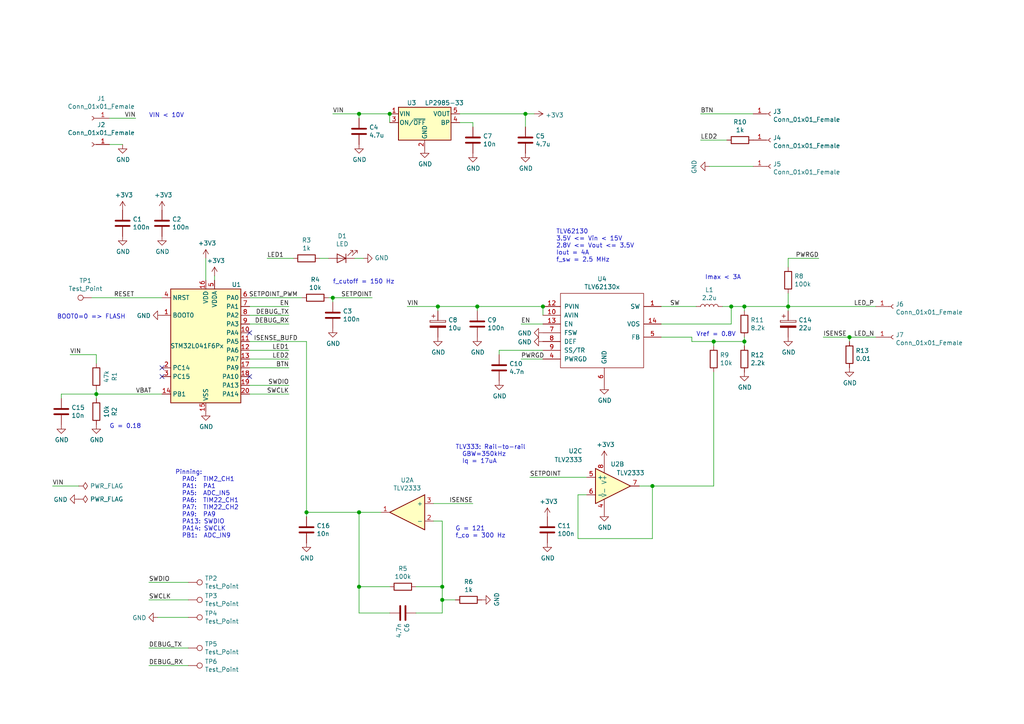
<source format=kicad_sch>
(kicad_sch (version 20210126) (generator eeschema)
  (paper "A4")
  (title_block (title "LED driver") (date "2019-07-02") (rev "2") (company "Ben Gamari"))
  (lib_symbols
    (symbol "Amplifier_Operational:OPA2333xxD"
      (property "Reference" "U" (at 0 5.08 0))
      (property "Value" "OPA2333xxD" (at 0 -5.08 0))
      (symbol "OPA2333xxD_1_1"
        (polyline (pts (xy -5.08 5.08) (xy 5.08 0) (xy -5.08 -5.08) (xy -5.08 5.08)) (stroke (width 0.254)) (fill (type background)))
        (pin output line (at 7.62 0 180) (length 2.54) (name "~") (number "1"))
        (pin input line (at -7.62 -2.54 0) (length 2.54) (name "-") (number "2"))
        (pin input line (at -7.62 2.54 0) (length 2.54) (name "+") (number "3"))
      )
      (symbol "OPA2333xxD_2_1"
        (polyline (pts (xy -5.08 5.08) (xy 5.08 0) (xy -5.08 -5.08) (xy -5.08 5.08)) (stroke (width 0.254)) (fill (type background)))
        (pin input line (at -7.62 2.54 0) (length 2.54) (name "+") (number "5"))
        (pin input line (at -7.62 -2.54 0) (length 2.54) (name "-") (number "6"))
        (pin output line (at 7.62 0 180) (length 2.54) (name "~") (number "7"))
      )
      (symbol "OPA2333xxD_3_1"
        (pin power_in line (at -2.54 -7.62 90) (length 3.81) (name "V-") (number "4"))
        (pin power_in line (at -2.54 7.62 270) (length 3.81) (name "V+") (number "8"))
      )
    )
    (symbol "Connector:Conn_01x01_Female" (pin_names (offset 1.016) hide)
      (property "Reference" "J" (at 0 2.54 0))
      (property "Value" "Conn_01x01_Female" (at 0 -2.54 0))
      (symbol "Conn_01x01_Female_1_1"
        (arc (start 0 0.508) (end 0 -0.508) (radius (at 0 0) (length 0.508) (angles 90.1 -90.1)) (stroke (width 0.1524)))
        (polyline (pts (xy -1.27 0) (xy -0.508 0)) (stroke (width 0.1524)))
        (pin passive line (at -5.08 0 0) (length 3.81) (name "Pin_1") (number "1"))
      )
    )
    (symbol "Connector:Test_Point" (pin_numbers hide) (pin_names (offset 0.762) hide)
      (property "Reference" "TP" (at 0 6.858 0))
      (property "Value" "Test_Point" (at 0 5.08 0))
      (symbol "Test_Point_0_1"
        (circle (center 0 3.302) (radius 0.762))
      )
      (symbol "Test_Point_1_1"
        (pin passive line (at 0 0 90) (length 2.54) (name "1") (number "1"))
      )
    )
    (symbol "Device:C" (pin_numbers hide) (pin_names (offset 0.254))
      (property "Reference" "C" (at 0.635 2.54 0))
      (property "Value" "C" (at 0.635 -2.54 0))
      (symbol "C_0_1"
        (polyline (pts (xy -2.032 -0.762) (xy 2.032 -0.762)) (stroke (width 0.508)))
        (polyline (pts (xy -2.032 0.762) (xy 2.032 0.762)) (stroke (width 0.508)))
      )
      (symbol "C_1_1"
        (pin passive line (at 0 3.81 270) (length 2.794) (name "~") (number "1"))
        (pin passive line (at 0 -3.81 90) (length 2.794) (name "~") (number "2"))
      )
    )
    (symbol "Device:CP" (pin_numbers hide) (pin_names (offset 0.254))
      (property "Reference" "C" (at 0.635 2.54 0))
      (property "Value" "CP" (at 0.635 -2.54 0))
      (symbol "CP_0_1"
        (rectangle (start -2.286 0.508) (end -2.286 1.016))
        (rectangle (start -2.286 0.508) (end 2.286 0.508))
        (rectangle (start 2.286 1.016) (end -2.286 1.016))
        (rectangle (start 2.286 1.016) (end 2.286 0.508))
        (rectangle (start 2.286 -0.508) (end -2.286 -1.016) (fill (type outline)))
        (polyline (pts (xy -1.778 2.286) (xy -0.762 2.286)))
        (polyline (pts (xy -1.27 2.794) (xy -1.27 1.778)))
      )
      (symbol "CP_1_1"
        (pin passive line (at 0 3.81 270) (length 2.794) (name "~") (number "1"))
        (pin passive line (at 0 -3.81 90) (length 2.794) (name "~") (number "2"))
      )
    )
    (symbol "Device:L" (pin_numbers hide) (pin_names (offset 1.016) hide)
      (property "Reference" "L" (at -1.27 0 90))
      (property "Value" "L" (at 1.905 0 90))
      (symbol "L_0_1"
        (arc (start 0 -2.54) (end 0 -1.27) (radius (at 0 -1.905) (length 0.635) (angles -89.9 89.9)))
        (arc (start 0 -1.27) (end 0 0) (radius (at 0 -0.635) (length 0.635) (angles -89.9 89.9)))
        (arc (start 0 0) (end 0 1.27) (radius (at 0 0.635) (length 0.635) (angles -89.9 89.9)))
        (arc (start 0 1.27) (end 0 2.54) (radius (at 0 1.905) (length 0.635) (angles -89.9 89.9)))
      )
      (symbol "L_1_1"
        (pin passive line (at 0 3.81 270) (length 1.27) (name "1") (number "1"))
        (pin passive line (at 0 -3.81 90) (length 1.27) (name "2") (number "2"))
      )
    )
    (symbol "Device:LED" (pin_numbers hide) (pin_names (offset 1.016) hide)
      (property "Reference" "D" (at 0 2.54 0))
      (property "Value" "LED" (at 0 -2.54 0))
      (symbol "LED_0_1"
        (polyline (pts (xy -1.27 -1.27) (xy -1.27 1.27)) (stroke (width 0.2032)))
        (polyline (pts (xy -1.27 0) (xy 1.27 0)))
        (polyline (pts (xy 1.27 -1.27) (xy 1.27 1.27) (xy -1.27 0) (xy 1.27 -1.27)) (stroke (width 0.2032)))
        (polyline (pts (xy -3.048 -0.762) (xy -4.572 -2.286) (xy -3.81 -2.286) (xy -4.572 -2.286) (xy -4.572 -1.524)))
        (polyline (pts (xy -1.778 -0.762) (xy -3.302 -2.286) (xy -2.54 -2.286) (xy -3.302 -2.286) (xy -3.302 -1.524)))
      )
      (symbol "LED_1_1"
        (pin passive line (at -3.81 0 0) (length 2.54) (name "K") (number "1"))
        (pin passive line (at 3.81 0 180) (length 2.54) (name "A") (number "2"))
      )
    )
    (symbol "Device:R" (pin_numbers hide) (pin_names (offset 0))
      (property "Reference" "R" (at 2.032 0 90))
      (property "Value" "R" (at 0 0 90))
      (symbol "R_0_1"
        (rectangle (start -1.016 -2.54) (end 1.016 2.54) (stroke (width 0.254)))
      )
      (symbol "R_1_1"
        (pin passive line (at 0 3.81 270) (length 1.27) (name "~") (number "1"))
        (pin passive line (at 0 -3.81 90) (length 1.27) (name "~") (number "2"))
      )
    )
    (symbol "MCU_ST_STM32L0:STM32L041F6Px"
      (property "Reference" "U" (at -10.16 16.51 0))
      (property "Value" "STM32L041F6Px" (at 5.08 16.51 0))
      (symbol "STM32L041F6Px_0_1"
        (rectangle (start -10.16 -17.78) (end 10.16 15.24) (stroke (width 0.254)) (fill (type background)))
      )
      (symbol "STM32L041F6Px_1_1"
        (pin input line (at -12.7 7.62 0) (length 2.54) (name "BOOT0") (number "1"))
        (pin bidirectional line (at 12.7 2.54 180) (length 2.54) (name "PA4") (number "10"))
        (pin bidirectional line (at 12.7 0 180) (length 2.54) (name "PA5") (number "11"))
        (pin bidirectional line (at 12.7 -2.54 180) (length 2.54) (name "PA6") (number "12"))
        (pin bidirectional line (at 12.7 -5.08 180) (length 2.54) (name "PA7") (number "13"))
        (pin bidirectional line (at -12.7 -15.24 0) (length 2.54) (name "PB1") (number "14"))
        (pin power_in line (at 0 -20.32 90) (length 2.54) (name "VSS") (number "15"))
        (pin power_in line (at 0 17.78 270) (length 2.54) (name "VDD") (number "16"))
        (pin bidirectional line (at 12.7 -7.62 180) (length 2.54) (name "PA9") (number "17"))
        (pin bidirectional line (at 12.7 -10.16 180) (length 2.54) (name "PA10") (number "18"))
        (pin bidirectional line (at 12.7 -12.7 180) (length 2.54) (name "PA13") (number "19"))
        (pin bidirectional line (at -12.7 -7.62 0) (length 2.54) (name "PC14") (number "2"))
        (pin bidirectional line (at 12.7 -15.24 180) (length 2.54) (name "PA14") (number "20"))
        (pin bidirectional line (at -12.7 -10.16 0) (length 2.54) (name "PC15") (number "3"))
        (pin input line (at -12.7 12.7 0) (length 2.54) (name "NRST") (number "4"))
        (pin power_in line (at 2.54 17.78 270) (length 2.54) (name "VDDA") (number "5"))
        (pin bidirectional line (at 12.7 12.7 180) (length 2.54) (name "PA0") (number "6"))
        (pin bidirectional line (at 12.7 10.16 180) (length 2.54) (name "PA1") (number "7"))
        (pin bidirectional line (at 12.7 7.62 180) (length 2.54) (name "PA2") (number "8"))
        (pin bidirectional line (at 12.7 5.08 180) (length 2.54) (name "PA3") (number "9"))
      )
    )
    (symbol "Regulator_Linear:LP2985-3.3" (pin_names (offset 0.254))
      (property "Reference" "U" (at -6.35 5.715 0))
      (property "Value" "LP2985-3.3" (at 0 5.715 0))
      (symbol "LP2985-3.3_0_1"
        (rectangle (start -7.62 -5.08) (end 7.62 4.445) (stroke (width 0.254)) (fill (type background)))
      )
      (symbol "LP2985-3.3_1_1"
        (pin power_in line (at -10.16 2.54 0) (length 2.54) (name "VIN") (number "1"))
        (pin power_in line (at 0 -7.62 90) (length 2.54) (name "GND") (number "2"))
        (pin input line (at -10.16 0 0) (length 2.54) (name "ON/~OFF~") (number "3"))
        (pin input line (at 10.16 0 180) (length 2.54) (name "BP") (number "4"))
        (pin power_out line (at 10.16 2.54 180) (length 2.54) (name "VOUT") (number "5"))
      )
    )
    (symbol "lamp:TLV62130x" (pin_names (offset 1.016))
      (property "Reference" "U" (at 0 0 0))
      (property "Value" "TLV62130x" (at 0 2.54 0))
      (symbol "TLV62130x_0_1"
        (rectangle (start -12.7 8.89) (end 11.43 -12.7))
      )
      (symbol "TLV62130x_1_1"
        (pin power_out line (at 16.51 5.08 180) (length 5.08) (name "SW") (number "1"))
        (pin input line (at -17.78 2.54 0) (length 5.08) (name "AVIN") (number "10"))
        (pin passive line (at -17.78 5.08 0) (length 5.08) hide (name "PVIN") (number "11"))
        (pin power_in line (at -17.78 5.08 0) (length 5.08) (name "PVIN") (number "12"))
        (pin input line (at -17.78 0 0) (length 5.08) (name "EN") (number "13"))
        (pin input line (at 16.51 0 180) (length 5.08) (name "VOS") (number "14"))
        (pin passive line (at 0 -17.78 90) (length 5.08) hide (name "GND") (number "15"))
        (pin passive line (at 0 -17.78 90) (length 5.08) hide (name "GND") (number "16"))
        (pin passive line (at 0 -17.78 90) (length 5.08) hide (name "GND") (number "17"))
        (pin passive line (at 16.51 5.08 180) (length 5.08) hide (name "SW") (number "2"))
        (pin passive line (at 16.51 5.08 180) (length 5.08) hide (name "SW") (number "3"))
        (pin open_collector line (at -17.78 -10.16 0) (length 5.08) (name "PWRGD") (number "4"))
        (pin input line (at 16.51 -3.81 180) (length 5.08) (name "FB") (number "5"))
        (pin power_in line (at 0 -17.78 90) (length 5.08) (name "GND") (number "6"))
        (pin input line (at -17.78 -2.54 0) (length 5.08) (name "FSW") (number "7"))
        (pin input line (at -17.78 -5.08 0) (length 5.08) (name "DEF") (number "8"))
        (pin passive line (at -17.78 -7.62 0) (length 5.08) (name "SS/TR") (number "9"))
      )
    )
    (symbol "power:+3.3V" (power) (pin_names (offset 0))
      (property "Value" "+3.3V" (at 0 3.556 0))
      (symbol "+3.3V_0_1"
        (polyline (pts (xy -0.762 1.27) (xy 0 2.54)))
        (polyline (pts (xy 0 0) (xy 0 2.54)))
        (polyline (pts (xy 0 2.54) (xy 0.762 1.27)))
      )
      (symbol "+3.3V_1_1"
        (pin power_in line (at 0 0 90) (length 0) hide (name "+3V3") (number "1"))
      )
    )
    (symbol "power:GND" (power) (pin_names (offset 0))
      (property "Value" "GND" (at 0 -3.81 0))
      (symbol "GND_0_1"
        (polyline (pts (xy 0 0) (xy 0 -1.27) (xy 1.27 -1.27) (xy 0 -2.54) (xy -1.27 -1.27) (xy 0 -1.27)))
      )
      (symbol "GND_1_1"
        (pin power_in line (at 0 0 270) (length 0) hide (name "GND") (number "1"))
      )
    )
    (symbol "power:PWR_FLAG" (power) (pin_numbers hide) (pin_names (offset 0) hide)
      (property "Value" "PWR_FLAG" (at 0 3.81 0))
      (symbol "PWR_FLAG_0_0"
        (pin power_out line (at 0 0 90) (length 0) (name "pwr") (number "1"))
      )
      (symbol "PWR_FLAG_0_1"
        (polyline (pts (xy 0 0) (xy 0 1.27) (xy -1.016 1.905) (xy 0 2.54) (xy 1.016 1.905) (xy 0 1.27)))
      )
    )
  )
  (junction (at 27.94 114.3) (diameter 1.016))
  (junction (at 88.9 148.59) (diameter 1.016))
  (junction (at 96.52 86.36) (diameter 1.016))
  (junction (at 104.14 33.02) (diameter 1.016))
  (junction (at 104.14 148.59) (diameter 1.016))
  (junction (at 104.14 170.18) (diameter 1.016))
  (junction (at 113.03 33.02) (diameter 1.016))
  (junction (at 127 88.9) (diameter 1.016))
  (junction (at 128.27 170.18) (diameter 1.016))
  (junction (at 128.27 173.99) (diameter 1.016))
  (junction (at 138.43 88.9) (diameter 1.016))
  (junction (at 152.4 33.02) (diameter 1.016))
  (junction (at 157.48 88.9) (diameter 1.016))
  (junction (at 189.23 140.97) (diameter 1.016))
  (junction (at 207.01 99.06) (diameter 1.016))
  (junction (at 212.09 88.9) (diameter 1.016))
  (junction (at 215.9 88.9) (diameter 1.016))
  (junction (at 215.9 99.06) (diameter 1.016))
  (junction (at 228.6 88.9) (diameter 1.016))
  (junction (at 246.38 97.79) (diameter 1.016))
  (no_connect (at 46.99 106.68))
  (no_connect (at 46.99 109.22))
  (no_connect (at 72.39 96.52))
  (no_connect (at 72.39 109.22))
  (wire (pts (xy 17.78 114.3) (xy 17.78 115.57)))
  (wire (pts (xy 22.86 140.97) (xy 15.24 140.97)))
  (wire (pts (xy 26.67 86.36) (xy 46.99 86.36)))
  (wire (pts (xy 27.94 102.87) (xy 20.32 102.87)))
  (wire (pts (xy 27.94 102.87) (xy 27.94 105.41)))
  (wire (pts (xy 27.94 113.03) (xy 27.94 114.3)))
  (wire (pts (xy 27.94 114.3) (xy 17.78 114.3)))
  (wire (pts (xy 27.94 114.3) (xy 27.94 115.57)))
  (wire (pts (xy 27.94 114.3) (xy 46.99 114.3)))
  (wire (pts (xy 31.75 34.29) (xy 39.37 34.29)))
  (wire (pts (xy 35.56 41.91) (xy 31.75 41.91)))
  (wire (pts (xy 43.18 168.91) (xy 54.61 168.91)))
  (wire (pts (xy 43.18 173.99) (xy 54.61 173.99)))
  (wire (pts (xy 43.18 187.96) (xy 54.61 187.96)))
  (wire (pts (xy 43.18 193.04) (xy 54.61 193.04)))
  (wire (pts (xy 45.72 179.07) (xy 54.61 179.07)))
  (wire (pts (xy 59.69 74.93) (xy 59.69 81.28)))
  (wire (pts (xy 62.23 80.01) (xy 62.23 81.28)))
  (wire (pts (xy 72.39 86.36) (xy 87.63 86.36)))
  (wire (pts (xy 72.39 88.9) (xy 83.82 88.9)))
  (wire (pts (xy 72.39 91.44) (xy 83.82 91.44)))
  (wire (pts (xy 72.39 93.98) (xy 83.82 93.98)))
  (wire (pts (xy 72.39 99.06) (xy 88.9 99.06)))
  (wire (pts (xy 72.39 101.6) (xy 83.82 101.6)))
  (wire (pts (xy 72.39 104.14) (xy 83.82 104.14)))
  (wire (pts (xy 72.39 106.68) (xy 83.82 106.68)))
  (wire (pts (xy 72.39 111.76) (xy 83.82 111.76)))
  (wire (pts (xy 72.39 114.3) (xy 83.82 114.3)))
  (wire (pts (xy 77.47 74.93) (xy 85.09 74.93)))
  (wire (pts (xy 88.9 99.06) (xy 88.9 148.59)))
  (wire (pts (xy 88.9 148.59) (xy 88.9 149.86)))
  (wire (pts (xy 88.9 148.59) (xy 104.14 148.59)))
  (wire (pts (xy 92.71 74.93) (xy 95.25 74.93)))
  (wire (pts (xy 95.25 86.36) (xy 96.52 86.36)))
  (wire (pts (xy 96.52 86.36) (xy 107.95 86.36)))
  (wire (pts (xy 96.52 87.63) (xy 96.52 86.36)))
  (wire (pts (xy 104.14 33.02) (xy 96.52 33.02)))
  (wire (pts (xy 104.14 34.29) (xy 104.14 33.02)))
  (wire (pts (xy 104.14 148.59) (xy 110.49 148.59)))
  (wire (pts (xy 104.14 170.18) (xy 104.14 148.59)))
  (wire (pts (xy 104.14 177.8) (xy 104.14 170.18)))
  (wire (pts (xy 105.41 74.93) (xy 102.87 74.93)))
  (wire (pts (xy 113.03 33.02) (xy 104.14 33.02)))
  (wire (pts (xy 113.03 35.56) (xy 113.03 33.02)))
  (wire (pts (xy 113.03 170.18) (xy 104.14 170.18)))
  (wire (pts (xy 113.03 177.8) (xy 104.14 177.8)))
  (wire (pts (xy 118.11 88.9) (xy 127 88.9)))
  (wire (pts (xy 120.65 170.18) (xy 128.27 170.18)))
  (wire (pts (xy 120.65 177.8) (xy 128.27 177.8)))
  (wire (pts (xy 125.73 146.05) (xy 137.16 146.05)))
  (wire (pts (xy 125.73 151.13) (xy 128.27 151.13)))
  (wire (pts (xy 127 88.9) (xy 127 90.17)))
  (wire (pts (xy 127 88.9) (xy 138.43 88.9)))
  (wire (pts (xy 128.27 151.13) (xy 128.27 170.18)))
  (wire (pts (xy 128.27 173.99) (xy 128.27 170.18)))
  (wire (pts (xy 128.27 173.99) (xy 132.08 173.99)))
  (wire (pts (xy 128.27 177.8) (xy 128.27 173.99)))
  (wire (pts (xy 133.35 35.56) (xy 137.16 35.56)))
  (wire (pts (xy 137.16 35.56) (xy 137.16 36.83)))
  (wire (pts (xy 138.43 88.9) (xy 138.43 90.17)))
  (wire (pts (xy 138.43 88.9) (xy 157.48 88.9)))
  (wire (pts (xy 144.78 101.6) (xy 157.48 101.6)))
  (wire (pts (xy 144.78 102.87) (xy 144.78 101.6)))
  (wire (pts (xy 151.13 104.14) (xy 157.48 104.14)))
  (wire (pts (xy 152.4 33.02) (xy 133.35 33.02)))
  (wire (pts (xy 152.4 36.83) (xy 152.4 33.02)))
  (wire (pts (xy 154.94 33.02) (xy 152.4 33.02)))
  (wire (pts (xy 157.48 91.44) (xy 157.48 88.9)))
  (wire (pts (xy 157.48 93.98) (xy 151.13 93.98)))
  (wire (pts (xy 167.64 143.51) (xy 167.64 156.21)))
  (wire (pts (xy 167.64 156.21) (xy 189.23 156.21)))
  (wire (pts (xy 170.18 138.43) (xy 153.67 138.43)))
  (wire (pts (xy 170.18 143.51) (xy 167.64 143.51)))
  (wire (pts (xy 189.23 140.97) (xy 185.42 140.97)))
  (wire (pts (xy 189.23 156.21) (xy 189.23 140.97)))
  (wire (pts (xy 191.77 88.9) (xy 201.93 88.9)))
  (wire (pts (xy 191.77 93.98) (xy 212.09 93.98)))
  (wire (pts (xy 191.77 97.79) (xy 200.66 97.79)))
  (wire (pts (xy 200.66 99.06) (xy 200.66 97.79)))
  (wire (pts (xy 203.2 40.64) (xy 210.82 40.64)))
  (wire (pts (xy 205.74 48.26) (xy 218.44 48.26)))
  (wire (pts (xy 207.01 99.06) (xy 200.66 99.06)))
  (wire (pts (xy 207.01 99.06) (xy 215.9 99.06)))
  (wire (pts (xy 207.01 100.33) (xy 207.01 99.06)))
  (wire (pts (xy 207.01 107.95) (xy 207.01 140.97)))
  (wire (pts (xy 207.01 140.97) (xy 189.23 140.97)))
  (wire (pts (xy 209.55 88.9) (xy 212.09 88.9)))
  (wire (pts (xy 212.09 88.9) (xy 215.9 88.9)))
  (wire (pts (xy 212.09 93.98) (xy 212.09 88.9)))
  (wire (pts (xy 215.9 88.9) (xy 228.6 88.9)))
  (wire (pts (xy 215.9 90.17) (xy 215.9 88.9)))
  (wire (pts (xy 215.9 97.79) (xy 215.9 99.06)))
  (wire (pts (xy 215.9 99.06) (xy 215.9 100.33)))
  (wire (pts (xy 218.44 33.02) (xy 203.2 33.02)))
  (wire (pts (xy 228.6 74.93) (xy 237.49 74.93)))
  (wire (pts (xy 228.6 77.47) (xy 228.6 74.93)))
  (wire (pts (xy 228.6 85.09) (xy 228.6 88.9)))
  (wire (pts (xy 228.6 88.9) (xy 228.6 90.17)))
  (wire (pts (xy 228.6 88.9) (xy 254 88.9)))
  (wire (pts (xy 246.38 97.79) (xy 238.76 97.79)))
  (wire (pts (xy 246.38 97.79) (xy 246.38 99.06)))
  (wire (pts (xy 246.38 97.79) (xy 254 97.79)))
  (text "BOOT0=0 => FLASH" (at 16.51 92.71 0) (effects (font (size 1.27 1.27)) (justify left bottom)))
  (text "G = 0.18" (at 31.75 124.46 0) (effects (font (size 1.27 1.27)) (justify left bottom)))
  (text "VIN < 10V" (at 43.18 34.29 0) (effects (font (size 1.27 1.27)) (justify left bottom)))
  (text "Pinning:\n  PA0:  TIM2_CH1\n  PA1:  PA1\n  PA5:  ADC_IN5\n  PA6:  TIM22_CH1\n  PA7:  TIM22_CH2\n  PA9:  PA9\n  PA13: SWDIO\n  PA14: SWCLK\n  PB1:  ADC_IN9" (at 50.8 156.21 0) (effects (font (size 1.27 1.27)) (justify left bottom)))
  (text "f_cutoff = 150 Hz\n" (at 96.52 82.55 0) (effects (font (size 1.27 1.27)) (justify left bottom)))
  (text "TLV333: Rail-to-rail\n  GBW=350kHz\n  Iq = 17uA" (at 132.08 134.62 0) (effects (font (size 1.27 1.27)) (justify left bottom)))
  (text "G = 121\nf_co = 300 Hz" (at 132.08 156.21 0) (effects (font (size 1.27 1.27)) (justify left bottom)))
  (text "TLV62130\n3.5V <= Vin < 15V\n2.8V <= Vout <= 3.5V\nIout = 4A\nf_sw = 2.5 MHz" (at 161.29 76.2 0) (effects (font (size 1.27 1.27)) (justify left bottom)))
  (text "Vref = 0.8V" (at 201.93 97.79 0) (effects (font (size 1.27 1.27)) (justify left bottom)))
  (text "Imax < 3A" (at 204.47 81.28 0) (effects (font (size 1.27 1.27)) (justify left bottom)))
  (label "VIN" (at 15.24 140.97 0))
  (label "VIN" (at 20.32 102.87 0))
  (label "RESET" (at 33.02 86.36 0))
  (label "VIN" (at 39.37 34.29 180))
  (label "VBAT" (at 39.37 114.3 0))
  (label "SWDIO" (at 43.18 168.91 0))
  (label "SWCLK" (at 43.18 173.99 0))
  (label "DEBUG_TX" (at 43.18 187.96 0))
  (label "DEBUG_RX" (at 43.18 193.04 0))
  (label "LED1" (at 77.47 74.93 0))
  (label "EN" (at 83.82 88.9 180))
  (label "DEBUG_TX" (at 83.82 91.44 180))
  (label "DEBUG_RX" (at 83.82 93.98 180))
  (label "LED1" (at 83.82 101.6 180))
  (label "LED2" (at 83.82 104.14 180))
  (label "BTN" (at 83.82 106.68 180))
  (label "SWDIO" (at 83.82 111.76 180))
  (label "SWCLK" (at 83.82 114.3 180))
  (label "SETPOINT_PWM" (at 86.36 86.36 180))
  (label "ISENSE_BUFD" (at 86.36 99.06 180))
  (label "VIN" (at 96.52 33.02 0))
  (label "SETPOINT" (at 107.95 86.36 180))
  (label "VIN" (at 118.11 88.9 0))
  (label "ISENSE" (at 137.16 146.05 180))
  (label "EN" (at 151.13 93.98 0))
  (label "PWRGD" (at 151.13 104.14 0))
  (label "SETPOINT" (at 153.67 138.43 0))
  (label "SW" (at 194.31 88.9 0))
  (label "BTN" (at 203.2 33.02 0))
  (label "LED2" (at 203.2 40.64 0))
  (label "PWRGD" (at 237.49 74.93 180))
  (label "ISENSE" (at 238.76 97.79 0))
  (label "LED_P" (at 247.65 88.9 0))
  (label "LED_N" (at 247.65 97.79 0))
  (symbol (lib_id "power:+3.3V") (at 35.56 60.96 0) (unit 1)
    (property "Reference" "#PWR03" (effects hide))
    (property "Value" "+3.3V" (at 35.941 56.5658 0))
  )
  (symbol (lib_id "power:+3.3V") (at 46.99 60.96 0) (unit 1)
    (property "Reference" "#PWR05" (effects hide))
    (property "Value" "+3.3V" (at 47.371 56.5658 0))
  )
  (symbol (lib_id "power:+3.3V") (at 59.69 74.93 0) (unit 1)
    (property "Reference" "#PWR09" (effects hide))
    (property "Value" "+3.3V" (at 60.071 70.5358 0))
  )
  (symbol (lib_id "power:+3.3V") (at 62.23 80.01 0) (unit 1)
    (property "Reference" "#PWR011" (effects hide))
    (property "Value" "+3.3V" (at 62.611 75.6158 0))
  )
  (symbol (lib_id "power:+3.3V") (at 154.94 33.02 270) (unit 1)
    (property "Reference" "#PWR022" (effects hide))
    (property "Value" "+3.3V" (at 158.1912 33.401 90) (effects (justify left)))
  )
  (symbol (lib_id "power:+3.3V") (at 158.75 149.86 0) (unit 1)
    (property "Reference" "#PWR027" (effects hide))
    (property "Value" "+3.3V" (at 159.131 145.4658 0))
  )
  (symbol (lib_id "power:+3.3V") (at 175.26 133.35 0) (unit 1)
    (property "Reference" "#PWR017" (effects hide))
    (property "Value" "+3.3V" (at 175.641 128.9558 0))
  )
  (symbol (lib_id "power:PWR_FLAG") (at 22.86 140.97 270) (unit 1)
    (property "Reference" "#FLG0102" (effects hide))
    (property "Value" "PWR_FLAG" (at 26.1112 140.97 90) (effects (justify left)))
  )
  (symbol (lib_id "power:PWR_FLAG") (at 22.86 144.78 270) (unit 1)
    (property "Reference" "#FLG0101" (effects hide))
    (property "Value" "PWR_FLAG" (at 26.1112 144.78 90) (effects (justify left)))
  )
  (symbol (lib_id "Connector:Conn_01x01_Female") (at 26.67 34.29 180) (unit 1)
    (property "Reference" "J1" (at 29.3624 28.575 0))
    (property "Value" "Conn_01x01_Female" (at 29.3624 30.8864 0))
    (property "Footprint" "Connector_Wire:SolderWirePad_1x01_Drill1mm" (effects hide))
  )
  (symbol (lib_id "Connector:Conn_01x01_Female") (at 26.67 41.91 180) (unit 1)
    (property "Reference" "J2" (at 29.3624 36.195 0))
    (property "Value" "Conn_01x01_Female" (at 29.3624 38.5064 0))
    (property "Footprint" "Connector_Wire:SolderWirePad_1x01_Drill1mm" (effects hide))
  )
  (symbol (lib_id "Connector:Conn_01x01_Female") (at 223.52 33.02 0) (unit 1)
    (property "Reference" "J3" (at 224.2058 32.3596 0) (effects (justify left)))
    (property "Value" "Conn_01x01_Female" (at 224.2058 34.671 0) (effects (justify left)))
    (property "Footprint" "Connector_Wire:SolderWirePad_1x01_Drill1mm" (effects hide))
  )
  (symbol (lib_id "Connector:Conn_01x01_Female") (at 223.52 40.64 0) (unit 1)
    (property "Reference" "J4" (at 224.2058 39.9796 0) (effects (justify left)))
    (property "Value" "Conn_01x01_Female" (at 224.2058 42.291 0) (effects (justify left)))
    (property "Footprint" "Connector_Wire:SolderWirePad_1x01_Drill1mm" (effects hide))
  )
  (symbol (lib_id "Connector:Conn_01x01_Female") (at 223.52 48.26 0) (unit 1)
    (property "Reference" "J5" (at 224.2058 47.5996 0) (effects (justify left)))
    (property "Value" "Conn_01x01_Female" (at 224.2058 49.911 0) (effects (justify left)))
    (property "Footprint" "Connector_Wire:SolderWirePad_1x01_Drill1mm" (effects hide))
  )
  (symbol (lib_id "Connector:Conn_01x01_Female") (at 259.08 88.9 0) (unit 1)
    (property "Reference" "J6" (at 259.7658 88.2396 0) (effects (justify left)))
    (property "Value" "Conn_01x01_Female" (at 259.7658 90.551 0) (effects (justify left)))
    (property "Footprint" "Connector_Wire:SolderWirePad_1x01_Drill1mm" (effects hide))
  )
  (symbol (lib_id "Connector:Conn_01x01_Female") (at 259.08 97.79 0) (unit 1)
    (property "Reference" "J7" (at 259.7658 97.1296 0) (effects (justify left)))
    (property "Value" "Conn_01x01_Female" (at 259.7658 99.441 0) (effects (justify left)))
    (property "Footprint" "Connector_Wire:SolderWirePad_1x01_Drill1mm" (effects hide))
  )
  (symbol (lib_id "Connector:Test_Point") (at 26.67 86.36 90) (unit 1)
    (property "Reference" "TP1" (at 24.7904 81.407 90))
    (property "Value" "Test_Point" (at 24.7904 83.7184 90))
    (property "Footprint" "TestPoint:TestPoint_Pad_1.0x1.0mm" (effects hide))
  )
  (symbol (lib_id "Connector:Test_Point") (at 54.61 168.91 270) (unit 1)
    (property "Reference" "TP2" (at 59.3852 167.7416 90) (effects (justify left)))
    (property "Value" "Test_Point" (at 59.3852 170.053 90) (effects (justify left)))
    (property "Footprint" "TestPoint:TestPoint_Pad_1.0x1.0mm" (effects hide))
  )
  (symbol (lib_id "Connector:Test_Point") (at 54.61 173.99 270) (unit 1)
    (property "Reference" "TP3" (at 59.3852 172.8216 90) (effects (justify left)))
    (property "Value" "Test_Point" (at 59.3852 175.133 90) (effects (justify left)))
    (property "Footprint" "TestPoint:TestPoint_Pad_1.0x1.0mm" (effects hide))
  )
  (symbol (lib_id "Connector:Test_Point") (at 54.61 179.07 270) (unit 1)
    (property "Reference" "TP4" (at 59.3852 177.9016 90) (effects (justify left)))
    (property "Value" "Test_Point" (at 59.3852 180.213 90) (effects (justify left)))
    (property "Footprint" "TestPoint:TestPoint_Pad_1.0x1.0mm" (effects hide))
  )
  (symbol (lib_id "Connector:Test_Point") (at 54.61 187.96 270) (unit 1)
    (property "Reference" "TP5" (at 59.3852 186.7916 90) (effects (justify left)))
    (property "Value" "Test_Point" (at 59.3852 189.103 90) (effects (justify left)))
    (property "Footprint" "TestPoint:TestPoint_Pad_1.0x1.0mm" (effects hide))
  )
  (symbol (lib_id "Connector:Test_Point") (at 54.61 193.04 270) (unit 1)
    (property "Reference" "TP6" (at 59.3852 191.8716 90) (effects (justify left)))
    (property "Value" "Test_Point" (at 59.3852 194.183 90) (effects (justify left)))
    (property "Footprint" "TestPoint:TestPoint_Pad_1.0x1.0mm" (effects hide))
  )
  (symbol (lib_id "power:GND") (at 17.78 123.19 0) (unit 1)
    (property "Reference" "#PWR0101" (effects hide))
    (property "Value" "GND" (at 17.907 127.5842 0))
  )
  (symbol (lib_id "power:GND") (at 22.86 144.78 270) (unit 1)
    (property "Reference" "#PWR0105" (effects hide))
    (property "Value" "GND" (at 19.6088 144.907 90) (effects (justify right)))
  )
  (symbol (lib_id "power:GND") (at 27.94 123.19 0) (unit 1)
    (property "Reference" "#PWR01" (effects hide))
    (property "Value" "GND" (at 28.067 127.5842 0))
  )
  (symbol (lib_id "power:GND") (at 35.56 41.91 0) (unit 1)
    (property "Reference" "#PWR02" (effects hide))
    (property "Value" "GND" (at 35.687 46.3042 0))
  )
  (symbol (lib_id "power:GND") (at 35.56 68.58 0) (unit 1)
    (property "Reference" "#PWR04" (effects hide))
    (property "Value" "GND" (at 35.687 72.9742 0))
  )
  (symbol (lib_id "power:GND") (at 45.72 179.07 270) (unit 1)
    (property "Reference" "#PWR08" (effects hide))
    (property "Value" "GND" (at 42.4688 179.197 90) (effects (justify right)))
  )
  (symbol (lib_id "power:GND") (at 46.99 68.58 0) (unit 1)
    (property "Reference" "#PWR06" (effects hide))
    (property "Value" "GND" (at 47.117 72.9742 0))
  )
  (symbol (lib_id "power:GND") (at 46.99 91.44 270) (unit 1)
    (property "Reference" "#PWR07" (effects hide))
    (property "Value" "GND" (at 43.7388 91.567 90) (effects (justify right)))
  )
  (symbol (lib_id "power:GND") (at 59.69 119.38 0) (unit 1)
    (property "Reference" "#PWR010" (effects hide))
    (property "Value" "GND" (at 59.817 123.7742 0))
  )
  (symbol (lib_id "power:GND") (at 88.9 157.48 0) (unit 1)
    (property "Reference" "#PWR0102" (effects hide))
    (property "Value" "GND" (at 89.027 161.8742 0))
  )
  (symbol (lib_id "power:GND") (at 96.52 95.25 0) (unit 1)
    (property "Reference" "#PWR012" (effects hide))
    (property "Value" "GND" (at 96.647 99.6442 0))
  )
  (symbol (lib_id "power:GND") (at 104.14 41.91 0) (unit 1)
    (property "Reference" "#PWR014" (effects hide))
    (property "Value" "GND" (at 104.267 46.3042 0))
  )
  (symbol (lib_id "power:GND") (at 105.41 74.93 90) (unit 1)
    (property "Reference" "#PWR013" (effects hide))
    (property "Value" "GND" (at 108.6612 74.803 90) (effects (justify right)))
  )
  (symbol (lib_id "power:GND") (at 123.19 43.18 0) (unit 1)
    (property "Reference" "#PWR019" (effects hide))
    (property "Value" "GND" (at 123.317 47.5742 0))
  )
  (symbol (lib_id "power:GND") (at 127 97.79 0) (unit 1)
    (property "Reference" "#PWR021" (effects hide))
    (property "Value" "GND" (at 127.127 102.1842 0))
  )
  (symbol (lib_id "power:GND") (at 137.16 44.45 0) (unit 1)
    (property "Reference" "#PWR020" (effects hide))
    (property "Value" "GND" (at 137.287 48.8442 0))
  )
  (symbol (lib_id "power:GND") (at 138.43 97.79 0) (unit 1)
    (property "Reference" "#PWR025" (effects hide))
    (property "Value" "GND" (at 138.557 102.1842 0))
  )
  (symbol (lib_id "power:GND") (at 139.7 173.99 90) (unit 1)
    (property "Reference" "#PWR023" (effects hide))
    (property "Value" "GND" (at 144.0942 173.863 0))
  )
  (symbol (lib_id "power:GND") (at 144.78 110.49 0) (unit 1)
    (property "Reference" "#PWR026" (effects hide))
    (property "Value" "GND" (at 144.907 114.8842 0))
  )
  (symbol (lib_id "power:GND") (at 152.4 44.45 0) (unit 1)
    (property "Reference" "#PWR016" (effects hide))
    (property "Value" "GND" (at 152.527 48.8442 0))
  )
  (symbol (lib_id "power:GND") (at 157.48 96.52 270) (unit 1)
    (property "Reference" "#PWR0103" (effects hide))
    (property "Value" "GND" (at 154.2288 96.647 90) (effects (justify right)))
  )
  (symbol (lib_id "power:GND") (at 157.48 99.06 270) (unit 1)
    (property "Reference" "#PWR0104" (effects hide))
    (property "Value" "GND" (at 154.2288 99.187 90) (effects (justify right)))
  )
  (symbol (lib_id "power:GND") (at 158.75 157.48 0) (unit 1)
    (property "Reference" "#PWR028" (effects hide))
    (property "Value" "GND" (at 158.877 161.8742 0))
  )
  (symbol (lib_id "power:GND") (at 175.26 111.76 0) (unit 1)
    (property "Reference" "#PWR029" (effects hide))
    (property "Value" "GND" (at 175.387 116.1542 0))
  )
  (symbol (lib_id "power:GND") (at 175.26 148.59 0) (unit 1)
    (property "Reference" "#PWR018" (effects hide))
    (property "Value" "GND" (at 175.387 152.9842 0))
  )
  (symbol (lib_id "power:GND") (at 205.74 48.26 270) (unit 1)
    (property "Reference" "#PWR033" (effects hide))
    (property "Value" "GND" (at 201.3458 48.387 0))
  )
  (symbol (lib_id "power:GND") (at 215.9 107.95 0) (unit 1)
    (property "Reference" "#PWR034" (effects hide))
    (property "Value" "GND" (at 216.027 112.3442 0))
  )
  (symbol (lib_id "power:GND") (at 228.6 97.79 0) (unit 1)
    (property "Reference" "#PWR035" (effects hide))
    (property "Value" "GND" (at 228.727 102.1842 0))
  )
  (symbol (lib_id "power:GND") (at 246.38 106.68 0) (unit 1)
    (property "Reference" "#PWR036" (effects hide))
    (property "Value" "GND" (at 246.507 111.0742 0))
  )
  (symbol (lib_id "Device:L") (at 205.74 88.9 90) (unit 1)
    (property "Reference" "L1" (at 205.74 84.074 90))
    (property "Value" "2.2u" (at 205.74 86.3854 90))
    (property "Footprint" "Inductor_SMD:L_7.3x7.3_H4.5" (effects hide))
    (property "MFR" "Eaton" (effects hide))
    (property "MPN" "DR74-2R2-R " (effects hide))
  )
  (symbol (lib_id "Amplifier_Operational:OPA2333xxD") (at 172.72 140.97 0) (mirror y) (unit 3)
    (property "Reference" "U2" (at 168.91 130.81 0) (effects (justify left)))
    (property "Value" "TLV2333" (at 168.91 133.35 0) (effects (justify left)))
    (property "Datasheet" "http://www.ti.com/lit/ds/symlink/opa333.pdf" (effects hide))
    (property "MFR" "TI" (effects hide))
    (property "MPN" "TLV2333IDGK" (effects hide))
  )
  (symbol (lib_id "Device:R") (at 27.94 109.22 180) (unit 1)
    (property "Reference" "R1" (at 33.1978 109.22 90))
    (property "Value" "47k" (at 30.8864 109.22 90))
    (property "Footprint" "Resistor_SMD:R_0603_1608Metric" (effects hide))
  )
  (symbol (lib_id "Device:R") (at 27.94 119.38 180) (unit 1)
    (property "Reference" "R2" (at 33.1978 119.38 90))
    (property "Value" "10k" (at 30.8864 119.38 90))
    (property "Footprint" "Resistor_SMD:R_0603_1608Metric" (effects hide))
  )
  (symbol (lib_id "Device:R") (at 88.9 74.93 270) (unit 1)
    (property "Reference" "R3" (at 88.9 69.6722 90))
    (property "Value" "1k" (at 88.9 71.9836 90))
    (property "Footprint" "Resistor_SMD:R_0603_1608Metric" (effects hide))
  )
  (symbol (lib_id "Device:R") (at 91.44 86.36 270) (unit 1)
    (property "Reference" "R4" (at 91.44 81.1022 90))
    (property "Value" "10k" (at 91.44 83.4136 90))
    (property "Footprint" "Resistor_SMD:R_0603_1608Metric" (effects hide))
  )
  (symbol (lib_id "Device:R") (at 116.84 170.18 270) (unit 1)
    (property "Reference" "R5" (at 116.84 164.9222 90))
    (property "Value" "100k" (at 116.84 167.2336 90))
    (property "Footprint" "Resistor_SMD:R_0603_1608Metric" (effects hide))
  )
  (symbol (lib_id "Device:R") (at 135.89 173.99 270) (unit 1)
    (property "Reference" "R6" (at 135.89 168.7322 90))
    (property "Value" "1k" (at 135.89 171.0436 90))
    (property "Footprint" "Resistor_SMD:R_0603_1608Metric" (effects hide))
  )
  (symbol (lib_id "Device:R") (at 207.01 104.14 0) (unit 1)
    (property "Reference" "R9" (at 208.788 102.9716 0) (effects (justify left)))
    (property "Value" "10k" (at 208.788 105.283 0) (effects (justify left)))
    (property "Footprint" "Resistor_SMD:R_0603_1608Metric" (effects hide))
  )
  (symbol (lib_id "Device:R") (at 214.63 40.64 270) (unit 1)
    (property "Reference" "R10" (at 214.63 35.3822 90))
    (property "Value" "1k" (at 214.63 37.6936 90))
    (property "Footprint" "Resistor_SMD:R_0603_1608Metric" (effects hide))
  )
  (symbol (lib_id "Device:R") (at 215.9 93.98 0) (unit 1)
    (property "Reference" "R11" (at 217.678 92.8116 0) (effects (justify left)))
    (property "Value" "8.2k" (at 217.678 95.123 0) (effects (justify left)))
    (property "Footprint" "Resistor_SMD:R_0603_1608Metric" (effects hide))
  )
  (symbol (lib_id "Device:R") (at 215.9 104.14 0) (unit 1)
    (property "Reference" "R12" (at 217.678 102.9716 0) (effects (justify left)))
    (property "Value" "2.2k" (at 217.678 105.283 0) (effects (justify left)))
    (property "Footprint" "Resistor_SMD:R_0603_1608Metric" (effects hide))
  )
  (symbol (lib_id "Device:R") (at 228.6 81.28 0) (unit 1)
    (property "Reference" "R8" (at 230.378 80.1116 0) (effects (justify left)))
    (property "Value" "100k" (at 230.378 82.423 0) (effects (justify left)))
    (property "Footprint" "Resistor_SMD:R_0603_1608Metric" (effects hide))
  )
  (symbol (lib_id "Device:R") (at 246.38 102.87 0) (unit 1)
    (property "Reference" "R13" (at 248.158 101.7016 0) (effects (justify left)))
    (property "Value" "0.01" (at 248.158 104.013 0) (effects (justify left)))
    (property "Footprint" "Resistor_SMD:R_0805_2012Metric" (effects hide))
    (property "MPN" " RL1220T-R010-J " (effects hide))
    (property "MFR" "Susumu" (effects hide))
  )
  (symbol (lib_id "Device:LED") (at 99.06 74.93 180) (unit 1)
    (property "Reference" "D1" (at 99.2632 68.453 0))
    (property "Value" "LED" (at 99.2632 70.7644 0))
    (property "Footprint" "LED_SMD:LED_0603_1608Metric" (effects hide))
  )
  (symbol (lib_id "Device:C") (at 17.78 119.38 0) (unit 1)
    (property "Reference" "C15" (at 20.701 118.2116 0) (effects (justify left)))
    (property "Value" "10n" (at 20.701 120.523 0) (effects (justify left)))
    (property "Footprint" "Capacitor_SMD:C_0603_1608Metric" (effects hide))
  )
  (symbol (lib_id "Device:C") (at 35.56 64.77 0) (unit 1)
    (property "Reference" "C1" (at 38.481 63.6016 0) (effects (justify left)))
    (property "Value" "100n" (at 38.481 65.913 0) (effects (justify left)))
    (property "Footprint" "Capacitor_SMD:C_0603_1608Metric" (effects hide))
  )
  (symbol (lib_id "Device:C") (at 46.99 64.77 0) (unit 1)
    (property "Reference" "C2" (at 49.911 63.6016 0) (effects (justify left)))
    (property "Value" "100n" (at 49.911 65.913 0) (effects (justify left)))
    (property "Footprint" "Capacitor_SMD:C_0603_1608Metric" (effects hide))
  )
  (symbol (lib_id "Device:C") (at 88.9 153.67 0) (unit 1)
    (property "Reference" "C16" (at 91.821 152.5016 0) (effects (justify left)))
    (property "Value" "10n" (at 91.821 154.813 0) (effects (justify left)))
    (property "Footprint" "Capacitor_SMD:C_0603_1608Metric" (effects hide))
  )
  (symbol (lib_id "Device:C") (at 96.52 91.44 0) (unit 1)
    (property "Reference" "C3" (at 99.441 90.2716 0) (effects (justify left)))
    (property "Value" "100n" (at 99.441 92.583 0) (effects (justify left)))
    (property "Footprint" "Capacitor_SMD:C_0603_1608Metric" (effects hide))
  )
  (symbol (lib_id "Device:C") (at 104.14 38.1 0) (unit 1)
    (property "Reference" "C4" (at 107.061 36.9316 0) (effects (justify left)))
    (property "Value" "4.7u" (at 107.061 39.243 0) (effects (justify left)))
    (property "Footprint" "Capacitor_SMD:C_0603_1608Metric" (effects hide))
  )
  (symbol (lib_id "Device:C") (at 116.84 177.8 270) (unit 1)
    (property "Reference" "C6" (at 118.0084 180.721 0) (effects (justify left)))
    (property "Value" "4.7n" (at 115.697 180.721 0) (effects (justify left)))
    (property "Footprint" "Capacitor_SMD:C_0603_1608Metric" (effects hide))
  )
  (symbol (lib_id "Device:CP") (at 127 93.98 0) (unit 1)
    (property "Reference" "C8" (at 129.9972 92.8116 0) (effects (justify left)))
    (property "Value" "10u" (at 129.9972 95.123 0) (effects (justify left)))
    (property "Footprint" "Capacitor_Tantalum_SMD:CP_EIA-3528-12_Kemet-T" (effects hide))
    (property "MFR" "Kemet" (effects hide))
    (property "MPN" "T520B106M016ATE100" (effects hide))
  )
  (symbol (lib_id "Device:C") (at 137.16 40.64 0) (unit 1)
    (property "Reference" "C7" (at 140.081 39.4716 0) (effects (justify left)))
    (property "Value" "10n" (at 140.081 41.783 0) (effects (justify left)))
    (property "Footprint" "Capacitor_SMD:C_0603_1608Metric" (effects hide))
  )
  (symbol (lib_id "Device:C") (at 138.43 93.98 0) (unit 1)
    (property "Reference" "C9" (at 141.351 92.8116 0) (effects (justify left)))
    (property "Value" "100n" (at 141.351 95.123 0) (effects (justify left)))
    (property "Footprint" "Capacitor_SMD:C_0603_1608Metric" (effects hide))
  )
  (symbol (lib_id "Device:C") (at 144.78 106.68 0) (unit 1)
    (property "Reference" "C10" (at 147.701 105.5116 0) (effects (justify left)))
    (property "Value" "4.7n" (at 147.701 107.823 0) (effects (justify left)))
    (property "Footprint" "Capacitor_SMD:C_0603_1608Metric" (effects hide))
  )
  (symbol (lib_id "Device:C") (at 152.4 40.64 0) (unit 1)
    (property "Reference" "C5" (at 155.321 39.4716 0) (effects (justify left)))
    (property "Value" "4.7u" (at 155.321 41.783 0) (effects (justify left)))
    (property "Footprint" "Capacitor_SMD:C_0603_1608Metric" (effects hide))
  )
  (symbol (lib_id "Device:C") (at 158.75 153.67 0) (unit 1)
    (property "Reference" "C11" (at 161.671 152.5016 0) (effects (justify left)))
    (property "Value" "100n" (at 161.671 154.813 0) (effects (justify left)))
    (property "Footprint" "Capacitor_SMD:C_0603_1608Metric" (effects hide))
  )
  (symbol (lib_id "Device:CP") (at 228.6 93.98 0) (unit 1)
    (property "Reference" "C14" (at 231.5972 92.8116 0) (effects (justify left)))
    (property "Value" "22u" (at 231.5972 95.123 0) (effects (justify left)))
    (property "Footprint" "Capacitor_Tantalum_SMD:CP_EIA-7343-15_Kemet-W" (effects hide))
    (property "MFR" "Panasonic" (effects hide))
    (property "MPN" "25TQC22MV" (effects hide))
  )
  (symbol (lib_id "Amplifier_Operational:OPA2333xxD") (at 118.11 148.59 0) (mirror y) (unit 1)
    (property "Reference" "U2" (at 118.11 139.2682 0))
    (property "Value" "TLV2333" (at 118.11 141.5796 0))
    (property "Footprint" "Package_SO:TSSOP-8_3x3mm_P0.65mm" (effects hide))
    (property "Datasheet" "http://www.ti.com/lit/ds/symlink/opa333.pdf" (effects hide))
    (property "MPN" "TLV2333IDGK" (effects hide))
    (property "MFR" "TI" (effects hide))
  )
  (symbol (lib_id "Amplifier_Operational:OPA2333xxD") (at 177.8 140.97 0) (unit 2)
    (property "Reference" "U2" (at 179.07 134.62 0))
    (property "Value" "TLV2333" (at 182.88 137.16 0))
    (property "Datasheet" "http://www.ti.com/lit/ds/symlink/tlv333.pdf" (effects hide))
    (property "MFR" "TI" (effects hide))
    (property "MPN" "TLV2333IDGK" (effects hide))
  )
  (symbol (lib_id "Regulator_Linear:LP2985-3.3") (at 123.19 35.56 0) (unit 1)
    (property "Reference" "U3" (at 119.38 29.845 0))
    (property "Value" "LP2985-33" (at 123.19 29.845 0) (effects (justify left)))
    (property "Footprint" "Package_TO_SOT_SMD:SOT-23-5" (effects hide))
    (property "MFR" "TI" (effects hide))
    (property "MPN" "LP2985-33DBVR " (effects hide))
  )
  (symbol (lib_id "lamp:TLV62130x") (at 175.26 93.98 0) (unit 1)
    (property "Reference" "U4" (at 174.625 80.899 0))
    (property "Value" "TLV62130x" (at 174.625 83.2104 0))
    (property "Footprint" "lamp:QFN-16_EP_3x3_Pitch0.5mm" (effects hide))
    (property "MFR" "TI" (effects hide))
    (property "MPN" "TLV62130" (effects hide))
  )
  (symbol (lib_id "MCU_ST_STM32L0:STM32L041F6Px") (at 59.69 99.06 0) (unit 1)
    (property "Reference" "U1" (at 68.58 82.55 0))
    (property "Value" "STM32L041F6Px" (at 57.15 100.33 0))
    (property "Footprint" "Package_SO:TSSOP-20_4.4x6.5mm_P0.65mm" (effects hide))
    (property "Datasheet" "http://www.st.com/st-web-ui/static/active/en/resource/technical/document/datasheet/DM00152023.pdf" (effects hide))
  )
)
</source>
